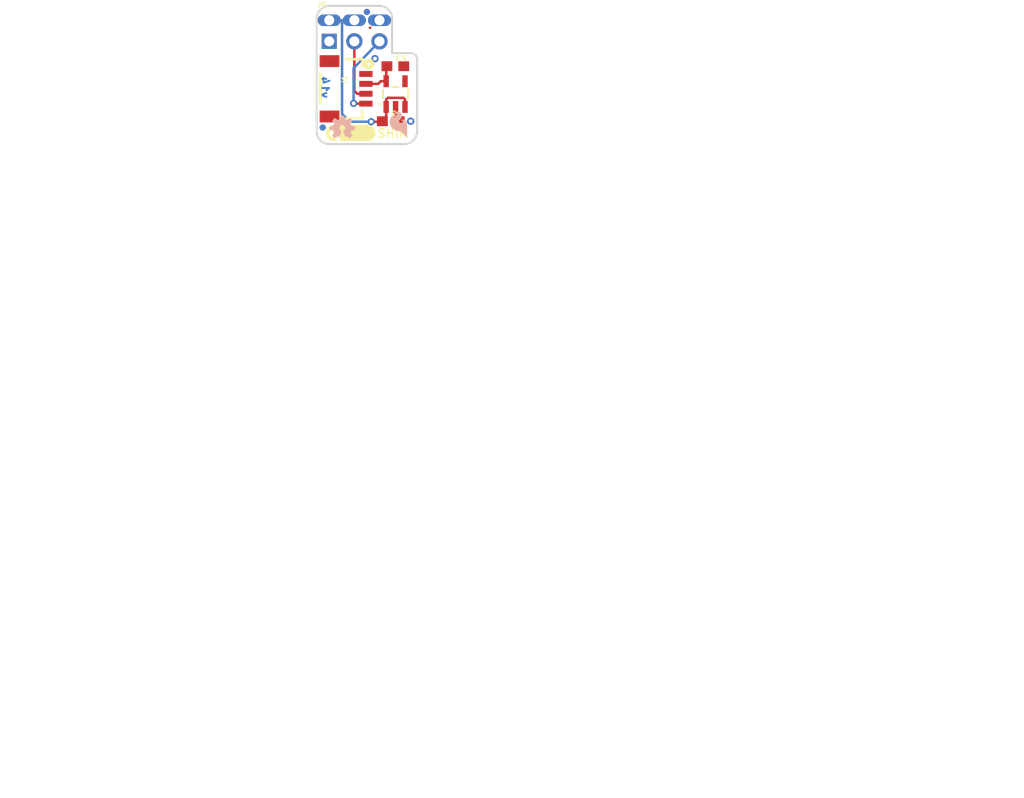
<source format=kicad_pcb>
(kicad_pcb (version 20211014) (generator pcbnew)
  (layers (0 "F.Cu" signal) (31 "B.Cu" signal) (34 "B.Paste" user) (35 "F.Paste" user) (36 "B.SilkS" user "B.Silkscreen") (37 "F.SilkS" user "F.Silkscreen") (38 "B.Mask" user) (39 "F.Mask" user) (44 "Edge.Cuts" user))
  (net 0 "")
  (net 1 "GND")
  (net 2 "3.3V")
  (net 3 "SDA")
  (net 4 "SCL")
  (net 5 "5V")
  (net 6 "NC")
  (footprint "boardEagle:QWIIC_5MM" (layer "F.Cu") (at 146.8501 110.8456)
    (fp_text reference "U$3" hide)
    (fp_text value "" hide)
    (fp_poly (pts (xy 1.740705 -0.798411) (xy 1.846157 -0.787776) (xy 1.898654 -0.778693) (xy 2.000256 -0.747152) (xy 2.049971 -0.727992) (xy 2.143489 -0.677232) (xy 2.188326 -0.64848) (xy 2.270402 -0.58076) (xy 2.308499 -0.543555) (xy 2.37622 -0.461477) (xy 2.406021 -0.417352) (xy 2.45678 -0.323836) (xy 2.477135 -0.274624) (xy 2.508675 -0.173023) (xy 2.519049 -0.120789) (xy 2.52972 -0.014992) (xy 2.530592 0.03826) (xy 2.519926 0.144057) (xy 2.511256 0.19664) (xy 2.479718 0.298243) (xy 2.460935 0.348114) (xy 2.410175 0.441632) (xy 2.381762 0.486697) (xy 2.31404 0.568774) (xy 2.277116 0.607156) (xy 2.19504 0.674876) (xy 2.151142 0.705016) (xy 2.057625 0.755775) (xy 2.008576 0.776505) (xy 1.906972 0.808046) (xy 1.854826 0.818835) (xy 1.749148 0.829492) (xy 1.696113 0.832806) (xy -1.053896 0.832806) (xy -1.111309 0.8336) (xy -1.111309 -0.436728) (xy -1.405616 -0.436728) (xy -1.406053 -0.431518) (xy -1.406053 -0.311401) (xy -1.448241 -0.350806) (xy -1.488301 -0.384172) (xy -1.532588 -0.411002) (xy -1.580765 -0.429975) (xy -1.631363 -0.441554) (xy -1.682988 -0.446411) (xy -1.787082 -0.438431) (xy -1.83679 -0.423362) (xy -1.885172 -0.404517) (xy -1.930523 -0.379257) (xy -1.970876 -0.346735) (xy -2.008059 -0.310606) (xy -2.038675 -0.268638) (xy -2.063993 -0.223217) (xy -2.085639 -0.175855) (xy -2.098937 -0.125417) (xy -2.110424 -0.074529) (xy -2.116902 0.029923) (xy -2.107062 0.134117) (xy -2.09457 0.184769) (xy -2.078508 0.234331) (xy -2.05701 0.281778) (xy -2.029337 0.325792) (xy -1.998541 0.367616) (xy -1.959884 0.402281) (xy -1.918106 0.433026) (xy -1.872839 0.458456) (xy -1.823771 0.475454) (xy -1.773619 0.489104) (xy -1.721683 0.494024) (xy -1.669626 0.496153) (xy -1.618045 0.490453) (xy -1.567809 0.477784) (xy -1.520645 0.4565) (xy -1.477368 0.428125) (xy -1.439218 0.392771) (xy -1.406053 0.357039) (xy -1.406053 0.811436) (xy -1.405808 0.832812) (xy -1.662173 0.832812) (xy -1.820949 0.816922) (xy -1.973915 0.770854) (xy -2.115005 0.695923) (xy -2.238918 0.595026) (xy -2.340843 0.471901) (xy -2.416593 0.331148) (xy -2.463555 0.178348) (xy -2.479593 0.019253) (xy -2.464227 -0.139757) (xy -2.450108 -0.19124) (xy -2.418571 -0.292838) (xy -2.394774 -0.340594) (xy -2.343989 -0.434158) (xy -2.243459 -0.558269) (xy -2.120715 -0.660616) (xy -1.980252 -0.736947) (xy -1.827528 -0.784325) (xy -1.668764 -0.800331) (xy -1.615588 -0.800875) (xy 1.716285 -0.800875)) (layer "F.SilkS") (width 0) (fill solid))
    (fp_poly (pts (xy -1.543139 -0.196895) (xy -1.496736 -0.170153) (xy -1.45695 -0.133985) (xy -1.430394 -0.086247) (xy -1.415668 -0.035103) (xy -1.407522 0.018338) (xy -1.412596 0.071552) (xy -1.420821 0.1251) (xy -1.447245 0.172789) (xy -1.480397 0.214263) (xy -1.524249 0.24736) (xy -1.576843 0.260657) (xy -1.630036 0.264569) (xy -1.683688 0.253523) (xy -1.730024 0.226662) (xy -1.76993 0.190613) (xy -1.796557 0.142918) (xy -1.81154 0.091858) (xy -1.819762 0.038409) (xy -1.814637 -0.014803) (xy -1.806395 -0.068358) (xy -1.779814 -0.115981) (xy -1.74653 -0.157338) (xy -1.702557 -0.190259) (xy -1.650027 -0.20355) (xy -1.596816 -0.207921)) (layer "F.SilkS") (width 0) (fill solid))
  )
  (footprint "boardEagle:ORDERING_INSTRUCTIONS" (layer "F.Cu") (at 111.6711 127.2286)
    (fp_text reference "U$4" hide)
    (fp_text value "SPECIAL_INSTRUCTIONS-ORDERING" hide)
  )
  (footprint "boardEagle:0603" (layer "F.Cu") (at 151.3713 104.1146)
    (fp_text reference "C3" (at 0 -0.762) (layer "F.SilkS") (effects (font (size 0.512064 0.512064) (thickness 0.097536)) (justify left)))
    (fp_text value "1.0uF")
    (pad "1" smd rect (at -0.85 0) (size 1.1 1) (layers "F.Cu" "F.Paste" "F.Mask") (net 2 "3.3V"))
    (pad "2" smd rect (at 0.85 0) (size 1.1 1) (layers "F.Cu" "F.Paste" "F.Mask") (net 1 "GND"))
  )
  (footprint "boardEagle:CREATIVE_COMMONS" (layer "F.Cu") (at 131.9911 125.9586)
    (fp_text reference "FRAME1" hide)
    (fp_text value "FRAME-LETTER" hide)
  )
  (footprint "boardEagle:FIDUCIAL-MICRO" (layer "F.Cu") (at 144.0307 110.3122 180)
    (fp_text reference "FD2" hide)
    (fp_text value "FIDUCIALUFIDUCIAL" hide)
    (pad "1" smd roundrect (at 0 0 180) (size 0.635 0.635) (layers "F.Cu" "F.Mask") (roundrect_rratio 0.5))
  )
  (footprint "boardEagle:FIDUCIAL-MICRO" (layer "F.Cu") (at 148.5011 98.6282 180)
    (fp_text reference "FD1" hide)
    (fp_text value "FIDUCIALUFIDUCIAL" hide)
    (pad "1" smd roundrect (at 0 0 180) (size 0.635 0.635) (layers "F.Cu" "F.Mask") (roundrect_rratio 0.5))
  )
  (footprint "boardEagle:SOT23-5" (layer "F.Cu") (at 151.3967 106.934)
    (fp_text reference "U2" (at -0.889 -2.159) (layer "F.SilkS") (effects (font (size 0.376489 0.376489) (thickness 0.029911)) (justify left)))
    (fp_text value "3.3V/600mA")
    (fp_line (start -0.2684 -0.7088) (end 0.2684 -0.7088) (layer "F.SilkS") (width 0.2032))
    (fp_line (start 1.27 -0.4294) (end 1.27 0.4294) (layer "F.SilkS") (width 0.2032))
    (fp_line (start -1.27 0.4294) (end -1.27 -0.4294) (layer "F.SilkS") (width 0.2032))
    (fp_circle (center -1.6002 1.016) (end -1.5367 1.016) (layer "F.SilkS") (width 0.127) (fill solid))
    (pad "1" smd rect (at -0.95 1.3001) (size 0.55 1.2) (layers "F.Cu" "F.Paste" "F.Mask") (net 5 "5V"))
    (pad "2" smd rect (at 0 1.3001) (size 0.55 1.2) (layers "F.Cu" "F.Paste" "F.Mask") (net 1 "GND"))
    (pad "3" smd rect (at 0.95 1.3001) (size 0.55 1.2) (layers "F.Cu" "F.Paste" "F.Mask") (net 5 "5V"))
    (pad "4" smd rect (at 0.95 -1.3001) (size 0.55 1.2) (layers "F.Cu" "F.Paste" "F.Mask"))
    (pad "5" smd rect (at -0.95 -1.3001) (size 0.55 1.2) (layers "F.Cu" "F.Paste" "F.Mask") (net 2 "3.3V"))
  )
  (footprint "boardEagle:0603" (layer "F.Cu") (at 150.9141 109.6772)
    (fp_text reference "C1" (at 0 -0.762) (layer "F.SilkS") (effects (font (size 0.512064 0.512064) (thickness 0.097536)) (justify left)))
    (fp_text value "1.0uF")
    (pad "1" smd rect (at -0.85 0) (size 1.1 1) (layers "F.Cu" "F.Paste" "F.Mask") (net 5 "5V"))
    (pad "2" smd rect (at 0.85 0) (size 1.1 1) (layers "F.Cu" "F.Paste" "F.Mask") (net 1 "GND"))
  )
  (footprint "boardEagle:SPARKFUN-CONNECTORS_2X3-NS_PISHIM_LOCKING_SLOTS-4MILS" (layer "F.Cu") (at 147.2311 100.5586)
    (fp_text reference "J9" (at -3.81 -2.667) (layer "F.SilkS") (effects (font (size 0.512064 0.512064) (thickness 0.097536)) (justify left)))
    (fp_text value "")
    (pad "1" thru_hole rect (at -2.54 1.0414) (size 1.524 1.524) (drill 1.016) (layers *.Cu *.Mask) (net 6 "NC"))
    (pad "2" thru_hole oval (at -2.54 -1.0922) (size 2.3368 1.1684) (drill 1.016) (layers *.Cu) (net 5 "5V"))
    (pad "3" thru_hole circle (at 0 1.0414) (size 1.651 1.651) (drill 1.016) (layers *.Cu *.Mask) (net 3 "SDA"))
    (pad "4" thru_hole oval (at 0 -1.0922) (size 2.3368 1.1684) (drill 1.016) (layers *.Cu) (net 5 "5V"))
    (pad "5" thru_hole circle (at 2.54 1.0414) (size 1.651 1.651) (drill 1.016) (layers *.Cu *.Mask) (net 4 "SCL"))
    (pad "6" thru_hole oval (at 2.54 -1.0922) (size 2.3368 1.1684) (drill 1.016) (layers *.Cu) (net 1 "GND"))
  )
  (footprint "boardEagle:1X04_1MM_RA" (layer "F.Cu") (at 148.3995 106.4006 -90)
    (fp_text reference "J1" (at -1.397 2.159 90) (layer "F.SilkS") (effects (font (size 0.512064 0.512064) (thickness 0.097536)) (justify right)))
    (fp_text value "Qwiic Right Angle")
    (fp_line (start 3 0.35) (end 3 2) (layer "F.SilkS") (width 0.254))
    (fp_line (start -1.5 4.6) (end 1.5 4.6) (layer "F.SilkS") (width 0.254))
    (fp_line (start -3 0.35) (end -2.25 0.35) (layer "F.SilkS") (width 0.254))
    (fp_line (start -3 2) (end -3 0.35) (layer "F.SilkS") (width 0.254))
    (fp_line (start 2.25 0.35) (end 3 0.35) (layer "F.SilkS") (width 0.254))
    (fp_circle (center -2.5 -0.3) (end -2.3586 -0.3) (layer "F.SilkS") (width 0.4) (fill none))
    (pad "1" smd rect (at -1.5 0 270) (size 0.6 1.35) (layers "F.Cu" "F.Paste" "F.Mask") (net 1 "GND"))
    (pad "2" smd rect (at -0.5 0 270) (size 0.6 1.35) (layers "F.Cu" "F.Paste" "F.Mask") (net 2 "3.3V"))
    (pad "3" smd rect (at 0.5 0 270) (size 0.6 1.35) (layers "F.Cu" "F.Paste" "F.Mask") (net 3 "SDA"))
    (pad "4" smd rect (at 1.5 0 270) (size 0.6 1.35) (layers "F.Cu" "F.Paste" "F.Mask") (net 4 "SCL"))
    (pad "NC1" smd rect (at 2.8 3.675 270) (size 1.2 2) (layers "F.Cu" "F.Paste" "F.Mask"))
    (pad "NC2" smd rect (at -2.8 3.675 270) (size 1.2 2) (layers "F.Cu" "F.Paste" "F.Mask"))
  )
  (footprint "boardEagle:OSHW-LOGO-MINI" (layer "B.Cu") (at 146.0119 110.363 180)
    (fp_text reference "LOGO1" hide)
    (fp_text value "OSHW-LOGOMINI" hide)
    (fp_poly (pts (xy 0.248928 0.903689) (xy 0.26557 0.895368) (xy 0.275571 0.895368) (xy 0.29557 0.885368) (xy 0.305571 0.885368) (xy 0.32557 0.875368) (xy 0.35234 0.875368) (xy 0.36911 0.858598) (xy 0.37557 0.855368) (xy 0.385571 0.855368) (xy 0.41911 0.838598) (xy 0.42911 0.828598) (xy 0.43557 0.825368) (xy 0.445571 0.825368) (xy 0.467713 0.814296) (xy 0.760503 1.01622) (xy 1.036814 0.751922) (xy 0.823853 0.457832) (xy 0.82783 0.449878) (xy 0.8446 0.433108) (xy 0.8446 0.413108) (xy 0.84783 0.409878) (xy 0.85783 0.389878) (xy 0.8746 0.373108) (xy 0.8746 0.353108) (xy 0.8846 0.343108) (xy 0.8846 0.316338) (xy 0.88783 0.309878) (xy 0.9046 0.293108) (xy 0.9046 0.273108) (xy 0.9146 0.263108) (xy 0.9146 0.239559) (xy 1.2746 0.179559) (xy 1.2746 -0.204671) (xy 0.9146 -0.266386) (xy 0.9146 -0.271602) (xy 0.9046 -0.291601) (xy 0.9046 -0.301602) (xy 0.8946 -0.321601) (xy 0.8946 -0.331602) (xy 0.8746 -0.371601) (xy 0.8746 -0.381602) (xy 0.85783 -0.415141) (xy 0.84783 -0.425141) (xy 0.8446 -0.431601) (xy 0.8446 -0.441602) (xy 0.82783 -0.475141) (xy 0.822489 -0.480482) (xy 1.036774 -0.766197) (xy 0.761086 -1.041885) (xy 0.465167 -0.837804) (xy 0.45234 -0.850631) (xy 0.44234 -0.850631) (xy 0.43234 -0.860631) (xy 0.41234 -0.860631) (xy 0.40234 -0.870631) (xy 0.39234 -0.870631) (xy 0.38234 -0.880631) (xy 0.37234 -0.880631) (xy 0.3646 -0.888371) (xy 0.3646 -1.074642) (xy 0.079132 -0.303879) (xy 0.16409 -0.261401) (xy 0.18409 -0.241401) (xy 0.20409 -0.231401) (xy 0.23537 -0.200121) (xy 0.24537 -0.180121) (xy 0.26537 -0.160121) (xy 0.271403 -0.148055) (xy 0.281404 -0.118052) (xy 0.2886 -0.103661) (xy 0.2886 -0.086464) (xy 0.2986 -0.056464) (xy 0.2986 0.021201) (xy 0.2886 0.051201) (xy 0.2886 0.075862) (xy 0.272159 0.100524) (xy 0.262159 0.130523) (xy 0.227068 0.18316) (xy 0.192392 0.217836) (xy 0.139755 0.252927) (xy 0.109756 0.262927) (xy 0.085094 0.279368) (xy 0.060433 0.279368) (xy 0.030433 0.289368) (xy -0.028724 0.289368) (xy -0.068722 0.279368) (xy -0.091894 0.279368) (xy -0.116556 0.262927) (xy -0.146555 0.252927) (xy -0.169192 0.237836) (xy -0.189191 0.217837) (xy -0.219192 0.197836) (xy -0.233868 0.18316) (xy -0.268959 0.130523) (xy -0.3054 0.021201) (xy -0.3054 -0.026464) (xy -0.2954 -0.056464) (xy -0.2954 -0.083661) (xy -0.278204 -0.118052) (xy -0.268203 -0.148055) (xy -0.25217 -0.180121) (xy -0.23217 -0.200121) (xy -0.22217 -0.220121) (xy -0.21089 -0.231401) (xy -0.19089 -0.241401) (xy -0.17089 -0.261401) (xy -0.138824 -0.277434) (xy -0.074125 -0.299) (xy -0.308354 -0.931417) (xy -0.34914 -0.890631) (xy -0.36914 -0.890631) (xy -0.37914 -0.880631) (xy -0.38914 -0.880631) (xy -0.39914 -0.870631) (xy -0.40914 -0.870631) (xy -0.41914 -0.860631) (xy -0.42914 -0.860631) (xy -0.43914 -0.850631) (xy -0.44914 -0.850631) (xy -0.45914 -0.840631) (xy -0.46914 -0.840631) (xy -0.471967 -0.837804) (xy -0.76848 -1.042295) (xy -1.032615 -0.766154) (xy -0.82762 -0.479161) (xy -0.8314 -0.471602) (xy -0.8314 -0.461601) (xy -0.83463 -0.455141) (xy -0.84463 -0.445141) (xy -0.85463 -0.425141) (xy -0.8714 -0.408371) (xy -0.8714 -0.388371) (xy -0.8814 -0.378371) (xy -0.8814 -0.351601) (xy -0.88463 -0.345141) (xy -0.9014 -0.328371) (xy -0.9014 -0.308371) (xy -0.9114 -0.298371) (xy -0.9114 -0.271601) (xy -0.914252 -0.265897) (xy -1.2714 -0.204671) (xy -1.2714 0.179408) (xy -0.919721 0.239696) (xy -0.9114 0.256338) (xy -0.9114 0.266339) (xy -0.9014 0.286338) (xy -0.9014 0.296339) (xy -0.8814 0.336338) (xy -0.8814 0.346339) (xy -0.86463 0.379878) (xy -0.8614 0.383108) (xy -0.8614 0.403108) (xy -0.84463 0.419878) (xy -0.83463 0.439878) (xy -0.8314 0.443108) (xy -0.8314 0.460035) (xy -1.032654 0.751854) (xy -0.767886 1.016622) (xy -0.471967 0.812541) (xy -0.45914 0.825368) (xy -0.43914 0.825368) (xy -0.43591 0.828598) (xy -0.41591 0.838598) (xy -0.39914 0.855368) (xy -0.37914 0.855368) (xy -0.37591 0.858598) (xy -0.342371 0.875368) (xy -0.33237 0.875368) (xy -0.312371 0.885368) (xy -0.29914 0.885368) (xy -0.28914 0.895368) (xy -0.26237 0.895368) (xy -0.256666 0.89822) (xy -0.19544 1.255368) (xy 0.18864 1.255368)) (layer "B.SilkS") (width 0) (fill solid))
  )
  (footprint "boardEagle:FIDUCIAL-MICRO" (layer "B.Cu") (at 144.0307 110.3122 180)
    (fp_text reference "FD3" hide)
    (fp_text value "FIDUCIALUFIDUCIAL" hide)
    (pad "1" smd roundrect (at 0 0 180) (size 0.635 0.635) (layers "B.Cu" "B.Mask") (roundrect_rratio 0.5))
  )
  (footprint "boardEagle:SFE_LOGO_FLAME_.1" (layer "B.Cu") (at 152.8445 111.633 180)
    (fp_text reference "U$1" hide)
    (fp_text value "SFE_LOGO_FLAME.1_INCH" hide)
    (fp_poly (pts (xy 1.412844 2.906175) (xy 1.560112 2.832541) (xy 1.605026 2.798855) (xy 1.681982 2.7219) (xy 1.571006 2.7219) (xy 1.551005 2.7319) (xy 1.504689 2.7319) (xy 1.468361 2.722818) (xy 1.422477 2.713641) (xy 1.39011 2.697457) (xy 1.358081 2.673436) (xy 1.343019 2.650843) (xy 1.335288 2.635381) (xy 1.3281 2.613817) (xy 1.3281 2.564689) (xy 1.335361 2.535643) (xy 1.369607 2.484275) (xy 1.425028 2.428854) (xy 1.462016 2.401113) (xy 1.489157 2.383019) (xy 1.523301 2.365947) (xy 1.594689 2.3481) (xy 1.613817 2.3481) (xy 1.629419 2.353301) (xy 1.648687 2.372569) (xy 1.654712 2.384619) (xy 1.6619 2.406183) (xy 1.6619 2.558742) (xy 1.804838 2.469406) (xy 1.890505 2.373031) (xy 1.964662 2.256498) (xy 2.016968 2.099579) (xy 2.048309 1.932428) (xy 2.037811 1.753974) (xy 1.985628 1.555678) (xy 1.881878 1.368928) (xy 1.808618 1.274737) (xy 1.726044 1.192162) (xy 1.642524 1.119083) (xy 1.536984 1.055759) (xy 1.432127 1.013816) (xy 1.318165 0.982735) (xy 1.193153 0.9619) (xy 1.003156 0.9619) (xy 0.953397 0.953607) (xy 0.863627 0.899745) (xy 0.767974 0.804092) (xy 0.647975 0.664094) (xy 0.528159 0.544277) (xy 0.478163 0.484281) (xy 0.430255 0.436373) (xy 0.400257 0.386376) (xy 0.2819 0.268018) (xy 0.2819 1.732372) (xy 0.292559 1.817641) (xy 0.314746 1.895296) (xy 0.380852 2.005474) (xy 0.436664 2.050123) (xy 0.481171 2.083503) (xy 0.539098 2.106674) (xy 0.59313 2.117481) (xy 0.656847 2.1281) (xy 0.788994 2.1281) (xy 0.884319 2.080438) (xy 0.832569 2.028687) (xy 0.784617 2.004711) (xy 0.760581 1.996699) (xy 0.713301 1.949419) (xy 0.7081 1.933817) (xy 0.7081 1.906183) (xy 0.714532 1.886888) (xy 0.729607 1.864275) (xy 0.781412 1.81247) (xy 0.820903 1.796674) (xy 0.863772 1.7881) (xy 0.935311 1.7881) (xy 1.004357 1.805361) (xy 1.053944 1.83842) (xy 1.086004 1.878495) (xy 1.1019 1.926183) (xy 1.1019 1.983091) (xy 1.077224 2.048894) (xy 1.012268 2.113851) (xy 0.931425 2.204799) (xy 0.858661 2.287958) (xy 0.804008 2.386334) (xy 0.7819 2.485818) (xy 0.7819 2.576183) (xy 0.815289 2.676349) (xy 0.871274 2.765925) (xy 0.969046 2.84197) (xy 1.087145 2.906387) (xy 1.206565 2.9281) (xy 1.314182 2.9281)) (layer "B.SilkS") (width 0) (fill solid))
  )
  (footprint "boardEagle:FIDUCIAL-MICRO" (layer "B.Cu") (at 148.5011 98.6282 180)
    (fp_text reference "FD4" hide)
    (fp_text value "FIDUCIALUFIDUCIAL" hide)
    (pad "1" smd roundrect (at 0 0 180) (size 0.635 0.635) (layers "B.Cu" "B.Mask") (roundrect_rratio 0.5))
  )
  (gr_arc (start 152.9461 102.7938) (mid 153.389852 102.967087) (end 153.5811 103.4034) (layer "Edge.Cuts") (width 0.2032))
  (gr_arc (start 143.421099 99.288599) (mid 143.8021 98.399599) (end 144.6911 98.0186) (layer "Edge.Cuts") (width 0.2032))
  (gr_line (start 149.7711 98.0186) (end 144.6911 98.0186) (layer "Edge.Cuts") (width 0.2032))
  (gr_line (start 151.0411 102.7938) (end 151.0411 99.2886) (layer "Edge.Cuts") (width 0.2032))
  (gr_line (start 152.3111 111.9886) (end 144.6911 111.9886) (layer "Edge.Cuts") (width 0.2032))
  (gr_arc (start 153.581099 110.718601) (mid 153.200099 111.6076) (end 152.3111 111.9886) (layer "Edge.Cuts") (width 0.2032))
  (gr_line (start 143.4211 110.7186) (end 143.4211 99.2886) (layer "Edge.Cuts") (width 0.2032))
  (gr_arc (start 144.6911 111.9886) (mid 143.793074 111.616626) (end 143.4211 110.7186) (layer "Edge.Cuts") (width 0.2032))
  (gr_line (start 153.5811 103.4034) (end 153.5811 110.7186) (layer "Edge.Cuts") (width 0.2032))
  (gr_arc (start 149.7711 98.0186) (mid 150.669126 98.390574) (end 151.0411 99.2886) (layer "Edge.Cuts") (width 0.2032))
  (gr_line (start 151.0411 102.7938) (end 152.9461 102.7938) (layer "Edge.Cuts") (width 0.2032))
  (gr_text "v14" (at 144.6911 105.029 -90) (layer "B.Cu") (effects (font (size 0.8128 0.8128) (thickness 0.2032)) (justify right top mirror)))
  (gr_text "SHIM" (at 149.4663 111.4298) (layer "F.SilkS") (effects (font (size 0.8636 0.8636) (thickness 0.1524)) (justify left bottom)))
  (segment (start 151.3967 109.3098) (end 151.7641 109.6772) (width 0.254) (layer "F.Cu") (net 1))
  (segment (start 148.8313 100.2284) (end 148.8059 100.2284) (width 0.254) (layer "F.Cu") (net 1))
  (segment (start 151.3967 108.2341) (end 151.3967 109.3098) (width 0.254) (layer "F.Cu") (net 1))
  (via (at 152.9207 109.6772) (size 0.7366) (drill 0.381) (layers "F.Cu" "B.Cu") (net 1))
  (via (at 149.3139 103.3526) (size 0.7366) (drill 0.381) (layers "F.Cu" "B.Cu") (net 1))
  (segment (start 149.9028 105.6339) (end 150.4467 105.6339) (width 0.254) (layer "F.Cu") (net 2))
  (segment (start 148.3995 105.9006) (end 149.6361 105.9006) (width 0.254) (layer "F.Cu") (net 2))
  (segment (start 150.4467 104.1892) (end 150.5213 104.1146) (width 0.254) (layer "F.Cu") (net 2))
  (segment (start 150.4467 105.6339) (end 150.4467 104.1892) (width 0.254) (layer "F.Cu") (net 2))
  (segment (start 149.6361 105.9006) (end 149.9028 105.6339) (width 0.254) (layer "F.Cu") (net 2))
  (segment (start 148.3995 106.9006) (end 147.5279 106.9006) (width 0.254) (layer "F.Cu") (net 3))
  (segment (start 147.2311 106.6038) (end 147.2311 104.3686) (width 0.254) (layer "F.Cu") (net 3))
  (segment (start 147.5279 106.9006) (end 147.2311 106.6038) (width 0.254) (layer "F.Cu") (net 3))
  (segment (start 147.2311 104.3686) (end 147.2311 101.6) (width 0.254) (layer "F.Cu") (net 3))
  (segment (start 147.1817 107.9006) (end 147.1549 107.8738) (width 0.254) (layer "F.Cu") (net 4))
  (segment (start 148.3995 107.9006) (end 147.1817 107.9006) (width 0.254) (layer "F.Cu") (net 4))
  (via (at 147.1549 107.8738) (size 0.7366) (drill 0.381) (layers "F.Cu" "B.Cu") (net 4))
  (segment (start 147.1549 107.8738) (end 147.1549 104.3178) (width 0.254) (layer "B.Cu") (net 4))
  (segment (start 147.1549 104.3178) (end 149.7711 101.6) (width 0.254) (layer "B.Cu") (net 4))
  (segment (start 150.4467 108.2341) (end 150.4467 109.2946) (width 0.254) (layer "F.Cu") (net 5))
  (segment (start 150.0133 109.728) (end 148.9329 109.728) (width 0.254) (layer "F.Cu") (net 5))
  (segment (start 150.6093 107.315) (end 152.1841 107.315) (width 0.254) (layer "F.Cu") (net 5))
  (segment (start 150.4467 109.2946) (end 150.0641 109.6772) (width 0.254) (layer "F.Cu") (net 5))
  (segment (start 152.1841 107.315) (end 152.3467 107.4776) (width 0.254) (layer "F.Cu") (net 5))
  (segment (start 150.4467 107.4776) (end 150.6093 107.315) (width 0.254) (layer "F.Cu") (net 5))
  (segment (start 152.3467 107.4776) (end 152.3467 108.2341) (width 0.254) (layer "F.Cu") (net 5))
  (segment (start 150.0641 109.6772) (end 150.0133 109.728) (width 0.254) (layer "F.Cu") (net 5))
  (segment (start 150.4467 108.2341) (end 150.4467 107.4776) (width 0.254) (layer "F.Cu") (net 5))
  (via (at 148.9329 109.728) (size 0.7366) (drill 0.381) (layers "F.Cu" "B.Cu") (net 5))
  (segment (start 146.7739 109.728) (end 148.9329 109.728) (width 0.254) (layer "B.Cu") (net 5))
  (segment (start 145.9865 99.4664) (end 147.2311 99.4664) (width 0.254) (layer "B.Cu") (net 5))
  (segment (start 146.7739 109.728) (end 145.9865 108.9406) (width 0.254) (layer "B.Cu") (net 5))
  (segment (start 145.9865 108.9406) (end 145.9865 99.4664) (width 0.254) (layer "B.Cu") (net 5))
)
</source>
